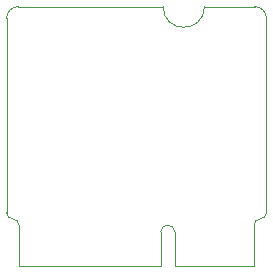
<source format=gm1>
%TF.GenerationSoftware,KiCad,Pcbnew,8.0.8*%
%TF.CreationDate,2025-02-15T11:44:30-05:00*%
%TF.ProjectId,caravel-M.2-card-QFN,63617261-7665-46c2-9d4d-2e322d636172,1*%
%TF.SameCoordinates,Original*%
%TF.FileFunction,Profile,NP*%
%FSLAX46Y46*%
G04 Gerber Fmt 4.6, Leading zero omitted, Abs format (unit mm)*
G04 Created by KiCad (PCBNEW 8.0.8) date 2025-02-15 11:44:30*
%MOMM*%
%LPD*%
G01*
G04 APERTURE LIST*
%TA.AperFunction,Profile*%
%ADD10C,0.010000*%
%TD*%
G04 APERTURE END LIST*
D10*
X62450000Y-21500000D02*
X62450000Y-37950000D01*
X63500000Y-42500000D02*
X63500000Y-39000000D01*
X75500000Y-39600000D02*
X75500000Y-42500000D01*
X75500000Y-42500000D02*
X63500000Y-42500000D01*
X75700000Y-20500000D02*
X63450000Y-20500000D01*
X76700000Y-39600000D02*
X76700000Y-42500000D01*
X83400000Y-39000000D02*
X83400000Y-42500000D01*
X83400000Y-42500000D02*
X76700000Y-42500000D01*
X83450000Y-20500000D02*
X79200000Y-20500000D01*
X84450000Y-21500000D02*
X84450000Y-37950000D01*
X62450000Y-21500000D02*
G75*
G02*
X63450000Y-20500000I1000003J-3D01*
G01*
X62975000Y-38475000D02*
G75*
G02*
X62450000Y-37950000I0J525000D01*
G01*
X62975000Y-38475000D02*
G75*
G02*
X63500000Y-39000000I0J-525000D01*
G01*
X75500000Y-39600000D02*
G75*
G02*
X76700000Y-39600000I600000J0D01*
G01*
X79200000Y-20500000D02*
G75*
G02*
X75700000Y-20500000I-1750000J0D01*
G01*
X83400000Y-39000000D02*
G75*
G02*
X83925000Y-38475000I525000J0D01*
G01*
X83450000Y-20500000D02*
G75*
G02*
X84450000Y-21500000I0J-1000000D01*
G01*
X84450000Y-37950000D02*
G75*
G02*
X83925000Y-38475000I-525000J0D01*
G01*
M02*

</source>
